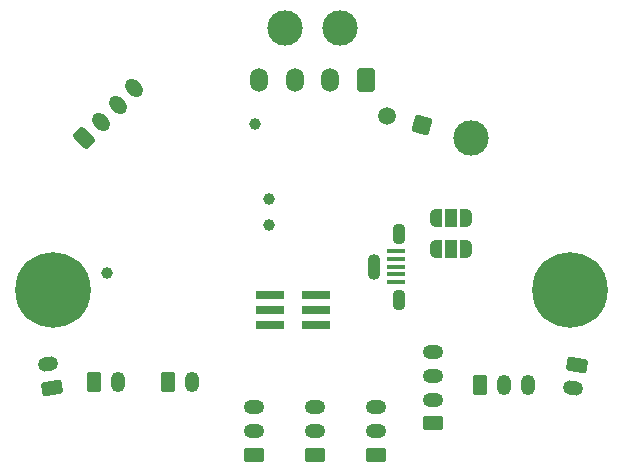
<source format=gbs>
G04 #@! TF.GenerationSoftware,KiCad,Pcbnew,(6.0.0)*
G04 #@! TF.CreationDate,2022-01-08T17:27:50+01:00*
G04 #@! TF.ProjectId,MiniAB-CAN-Board,4d696e69-4142-42d4-9341-4e2d426f6172,1*
G04 #@! TF.SameCoordinates,Original*
G04 #@! TF.FileFunction,Soldermask,Bot*
G04 #@! TF.FilePolarity,Negative*
%FSLAX46Y46*%
G04 Gerber Fmt 4.6, Leading zero omitted, Abs format (unit mm)*
G04 Created by KiCad (PCBNEW (6.0.0)) date 2022-01-08 17:27:50*
%MOMM*%
%LPD*%
G01*
G04 APERTURE LIST*
G04 Aperture macros list*
%AMRoundRect*
0 Rectangle with rounded corners*
0 $1 Rounding radius*
0 $2 $3 $4 $5 $6 $7 $8 $9 X,Y pos of 4 corners*
0 Add a 4 corners polygon primitive as box body*
4,1,4,$2,$3,$4,$5,$6,$7,$8,$9,$2,$3,0*
0 Add four circle primitives for the rounded corners*
1,1,$1+$1,$2,$3*
1,1,$1+$1,$4,$5*
1,1,$1+$1,$6,$7*
1,1,$1+$1,$8,$9*
0 Add four rect primitives between the rounded corners*
20,1,$1+$1,$2,$3,$4,$5,0*
20,1,$1+$1,$4,$5,$6,$7,0*
20,1,$1+$1,$6,$7,$8,$9,0*
20,1,$1+$1,$8,$9,$2,$3,0*%
%AMHorizOval*
0 Thick line with rounded ends*
0 $1 width*
0 $2 $3 position (X,Y) of the first rounded end (center of the circle)*
0 $4 $5 position (X,Y) of the second rounded end (center of the circle)*
0 Add line between two ends*
20,1,$1,$2,$3,$4,$5,0*
0 Add two circle primitives to create the rounded ends*
1,1,$1,$2,$3*
1,1,$1,$4,$5*%
%AMFreePoly0*
4,1,22,0.550000,-0.750000,0.000000,-0.750000,0.000000,-0.745033,-0.079941,-0.743568,-0.215256,-0.701293,-0.333266,-0.622738,-0.424486,-0.514219,-0.481581,-0.384460,-0.499164,-0.250000,-0.500000,-0.250000,-0.500000,0.250000,-0.499164,0.250000,-0.499963,0.256109,-0.478152,0.396186,-0.417904,0.524511,-0.324060,0.630769,-0.204165,0.706417,-0.067858,0.745374,0.000000,0.744959,0.000000,0.750000,
0.550000,0.750000,0.550000,-0.750000,0.550000,-0.750000,$1*%
%AMFreePoly1*
4,1,20,0.000000,0.744959,0.073905,0.744508,0.209726,0.703889,0.328688,0.626782,0.421226,0.519385,0.479903,0.390333,0.500000,0.250000,0.500000,-0.250000,0.499851,-0.262216,0.476331,-0.402017,0.414519,-0.529596,0.319384,-0.634700,0.198574,-0.708877,0.061801,-0.746166,0.000000,-0.745033,0.000000,-0.750000,-0.550000,-0.750000,-0.550000,0.750000,0.000000,0.750000,0.000000,0.744959,
0.000000,0.744959,$1*%
G04 Aperture macros list end*
%ADD10RoundRect,0.250000X0.194454X-0.689429X0.689429X-0.194454X-0.194454X0.689429X-0.689429X0.194454X0*%
%ADD11HorizOval,1.200000X-0.194454X0.194454X0.194454X-0.194454X0*%
%ADD12RoundRect,0.250000X0.676282X-0.236153X0.554728X0.453213X-0.676282X0.236153X-0.554728X-0.453213X0*%
%ADD13HorizOval,1.200000X0.270822X0.047753X-0.270822X-0.047753X0*%
%ADD14C,0.800000*%
%ADD15C,6.400000*%
%ADD16RoundRect,0.250000X-0.554728X0.453213X-0.676282X-0.236153X0.554728X-0.453213X0.676282X0.236153X0*%
%ADD17HorizOval,1.200000X-0.270822X0.047753X0.270822X-0.047753X0*%
%ADD18RoundRect,0.250000X0.625000X-0.350000X0.625000X0.350000X-0.625000X0.350000X-0.625000X-0.350000X0*%
%ADD19O,1.750000X1.200000*%
%ADD20FreePoly0,180.000000*%
%ADD21R,1.000000X1.500000*%
%ADD22FreePoly1,180.000000*%
%ADD23RoundRect,0.250000X-0.350000X-0.625000X0.350000X-0.625000X0.350000X0.625000X-0.350000X0.625000X0*%
%ADD24O,1.200000X1.750000*%
%ADD25C,1.000000*%
%ADD26C,3.000000*%
%ADD27RoundRect,0.250001X0.499999X0.759999X-0.499999X0.759999X-0.499999X-0.759999X0.499999X-0.759999X0*%
%ADD28O,1.500000X2.020000*%
%ADD29RoundRect,0.250001X0.353553X-0.612371X0.612371X0.353553X-0.353553X0.612371X-0.612371X-0.353553X0*%
%ADD30C,1.500000*%
%ADD31R,1.500000X0.450000*%
%ADD32O,1.100000X1.800000*%
%ADD33O,1.100000X2.200000*%
%ADD34R,2.400000X0.740000*%
G04 APERTURE END LIST*
D10*
G04 #@! TO.C,J8*
X194665786Y-58944214D03*
D11*
X196080000Y-57530000D03*
X197494213Y-56115787D03*
X198908427Y-54701573D03*
G04 #@! TD*
D12*
G04 #@! TO.C,J2*
X191920000Y-80050000D03*
D13*
X191572704Y-78080384D03*
G04 #@! TD*
D14*
G04 #@! TO.C,H2*
X190292944Y-70072944D03*
D15*
X191990000Y-71770000D03*
D14*
X194390000Y-71770000D03*
X190292944Y-73467056D03*
X191990000Y-74170000D03*
X189590000Y-71770000D03*
X191990000Y-69370000D03*
X193687056Y-70072944D03*
X193687056Y-73467056D03*
G04 #@! TD*
G04 #@! TO.C,H1*
X237477056Y-70122944D03*
D15*
X235780000Y-71820000D03*
D14*
X234082944Y-70122944D03*
X235780000Y-69420000D03*
X235780000Y-74220000D03*
X233380000Y-71820000D03*
X237477056Y-73517056D03*
X238180000Y-71820000D03*
X234082944Y-73517056D03*
G04 #@! TD*
D16*
G04 #@! TO.C,J1*
X236355293Y-78100699D03*
D17*
X236007997Y-80070315D03*
G04 #@! TD*
D18*
G04 #@! TO.C,J12*
X219330000Y-85730000D03*
D19*
X219330000Y-83730000D03*
X219330000Y-81730000D03*
G04 #@! TD*
D20*
G04 #@! TO.C,JP1*
X227015000Y-65730000D03*
D21*
X225715000Y-65730000D03*
D22*
X224415000Y-65730000D03*
G04 #@! TD*
D23*
G04 #@! TO.C,J3*
X201780000Y-79550000D03*
D24*
X203780000Y-79550000D03*
G04 #@! TD*
D25*
G04 #@! TO.C,TP2*
X210280000Y-66320000D03*
G04 #@! TD*
D23*
G04 #@! TO.C,J7*
X228210000Y-79840000D03*
D24*
X230210000Y-79840000D03*
X232210000Y-79840000D03*
G04 #@! TD*
D25*
G04 #@! TO.C,TP3*
X209130000Y-57710000D03*
G04 #@! TD*
G04 #@! TO.C,TP4*
X196620000Y-70350000D03*
G04 #@! TD*
D26*
G04 #@! TO.C,J11*
X211650000Y-49650000D03*
X216350000Y-49650000D03*
D27*
X218500000Y-53970000D03*
D28*
X215500000Y-53970000D03*
X212500000Y-53970000D03*
X209500000Y-53970000D03*
G04 #@! TD*
D25*
G04 #@! TO.C,TP1*
X210280000Y-64070000D03*
G04 #@! TD*
D26*
G04 #@! TO.C,J6*
X227399653Y-58941881D03*
D29*
X223226853Y-57823783D03*
D30*
X220329076Y-57047326D03*
G04 #@! TD*
D23*
G04 #@! TO.C,J4*
X195520000Y-79550000D03*
D24*
X197520000Y-79550000D03*
G04 #@! TD*
D18*
G04 #@! TO.C,J14*
X209050000Y-85730000D03*
D19*
X209050000Y-83730000D03*
X209050000Y-81730000D03*
G04 #@! TD*
D20*
G04 #@! TO.C,JP2*
X227015000Y-68310000D03*
D21*
X225715000Y-68310000D03*
D22*
X224415000Y-68310000D03*
G04 #@! TD*
D31*
G04 #@! TO.C,J10*
X221075000Y-71120000D03*
X221075000Y-70470000D03*
X221075000Y-69820000D03*
X221075000Y-69170000D03*
X221075000Y-68520000D03*
D32*
X221325000Y-72620000D03*
D33*
X219175000Y-69820000D03*
D32*
X221325000Y-67020000D03*
G04 #@! TD*
D18*
G04 #@! TO.C,J13*
X214190000Y-85730000D03*
D19*
X214190000Y-83730000D03*
X214190000Y-81730000D03*
G04 #@! TD*
D34*
G04 #@! TO.C,J9*
X210410000Y-74770000D03*
X214310000Y-74770000D03*
X210410000Y-73500000D03*
X214310000Y-73500000D03*
X210410000Y-72230000D03*
X214310000Y-72230000D03*
G04 #@! TD*
D18*
G04 #@! TO.C,J5*
X224190000Y-83080000D03*
D19*
X224190000Y-81080000D03*
X224190000Y-79080000D03*
X224190000Y-77080000D03*
G04 #@! TD*
M02*

</source>
